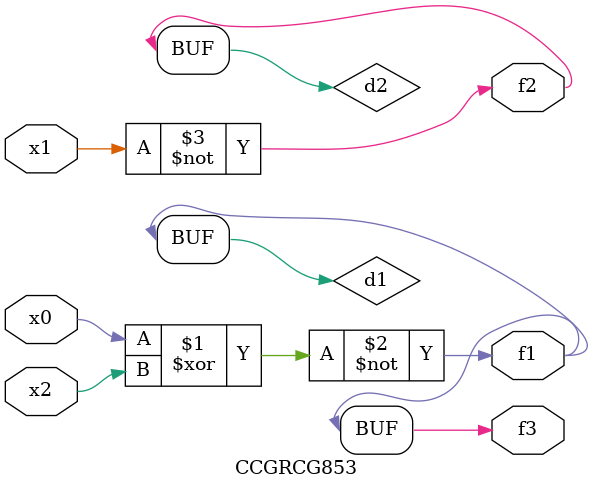
<source format=v>
module CCGRCG853(
	input x0, x1, x2,
	output f1, f2, f3
);

	wire d1, d2, d3;

	xnor (d1, x0, x2);
	nand (d2, x1);
	nor (d3, x1, x2);
	assign f1 = d1;
	assign f2 = d2;
	assign f3 = d1;
endmodule

</source>
